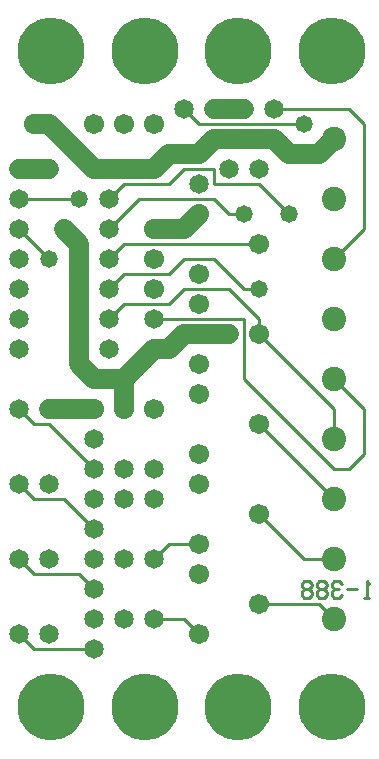
<source format=gbl>
%MOIN*%
%FSLAX25Y25*%
G04 D10 used for Character Trace; *
G04     Circle (OD=.01000) (No hole)*
G04 D11 used for Power Trace; *
G04     Circle (OD=.06700) (No hole)*
G04 D12 used for Signal Trace; *
G04     Circle (OD=.01100) (No hole)*
G04 D13 used for Via; *
G04     Circle (OD=.05800) (Round. Hole ID=.02800)*
G04 D14 used for Component hole; *
G04     Circle (OD=.06500) (Round. Hole ID=.03500)*
G04 D15 used for Component hole; *
G04     Circle (OD=.06700) (Round. Hole ID=.04300)*
G04 D16 used for Component hole; *
G04     Circle (OD=.08100) (Round. Hole ID=.05100)*
G04 D17 used for Component hole; *
G04     Circle (OD=.08900) (Round. Hole ID=.05900)*
G04 D18 used for Component hole; *
G04     Circle (OD=.11300) (Round. Hole ID=.08300)*
G04 D19 used for Component hole; *
G04     Circle (OD=.16000) (Round. Hole ID=.13000)*
G04 D20 used for Component hole; *
G04     Circle (OD=.18300) (Round. Hole ID=.15300)*
G04 D21 used for Component hole; *
G04     Circle (OD=.22291) (Round. Hole ID=.19291)*
%ADD10C,.01000*%
%ADD11C,.06700*%
%ADD12C,.01100*%
%ADD13C,.05800*%
%ADD14C,.06500*%
%ADD15C,.06700*%
%ADD16C,.08100*%
%ADD17C,.08900*%
%ADD18C,.11300*%
%ADD19C,.16000*%
%ADD20C,.18300*%
%ADD21C,.22291*%
%IPPOS*%
%LPD*%
G90*X0Y0D02*D21*X15625Y15625D03*D14*              
X30000Y35000D03*D12*X10000D01*X5000Y40000D01*D14* 
D03*X15000D03*D12*X30000Y55000D02*X25000Y60000D01*
D14*X30000Y55000D03*D12*X10000Y60000D02*X25000D01*
X10000D02*X5000Y65000D01*D14*D03*X15000D03*D12*   
X30000Y75000D02*X20000Y85000D01*D14*              
X30000Y75000D03*X40000Y65000D03*Y85000D03*D12*    
X10000D02*X20000D01*X10000D02*X5000Y90000D01*D14* 
D03*X15000D03*D12*X30000Y95000D02*                
X15000Y110000D01*D14*X30000Y95000D03*X40000D03*   
X30000Y105000D03*Y85000D03*D12*X10000Y110000D02*  
X15000D01*X10000D02*X5000Y115000D01*D14*D03*      
X15000D03*D11*X30000D01*D15*D03*D11*X40000D02*    
Y125000D01*D15*Y115000D03*D11*X30000Y125000D02*   
X40000D01*X50000Y135000D01*D14*D03*D11*X55000D01* 
X60000Y140000D01*X75000D01*D13*D03*D12*           
X80000Y125000D02*Y145000D01*X110000Y95000D02*     
X80000Y125000D01*X110000Y95000D02*X115000D01*     
X120000Y100000D01*Y115000D01*X110000Y125000D01*   
D16*D03*D12*Y105000D02*Y115000D01*D16*Y105000D03* 
D12*Y115000D02*X85000Y140000D01*D15*D03*D12*      
Y145000D01*X75000Y155000D01*X60000D01*            
X55000Y150000D01*X40000D01*X35000Y145000D01*D14*  
D03*Y155000D03*D12*X40000Y160000D01*X55000D01*    
X60000Y165000D01*X70000D01*X80000Y155000D01*      
X85000D01*D13*D03*D12*X50000Y145000D02*X80000D01* 
D14*X50000D03*D15*Y155000D03*X65000Y130000D03*    
Y160000D03*Y150000D03*D14*X35000Y135000D03*D11*   
X30000Y125000D02*X25000Y130000D01*Y170000D01*     
X20000Y175000D01*D13*D03*X25000Y185000D03*D12*    
X5000D01*D14*D03*D13*X15000Y195000D03*D11*        
X5000D01*D14*D03*D11*X30000D02*X15000Y210000D01*  
X30000Y195000D02*X35000D01*D14*D03*D11*X50000D01* 
D15*D03*D11*X55000Y200000D01*X65000D01*D14*D03*   
D11*X70000Y205000D01*X90000D01*X95000Y200000D01*  
X105000D01*X110000Y205000D01*D16*D03*D12*         
X120000Y210000D02*X115000Y215000D01*              
X120000Y175000D02*Y210000D01*X110000Y165000D02*   
X120000Y175000D01*D16*X110000Y165000D03*D13*      
X95000Y180000D03*D12*X85000Y190000D01*X70000D01*  
Y195000D01*X60000D01*X55000Y190000D01*X40000D01*  
X35000Y185000D01*D14*D03*D12*Y175000D02*          
X45000Y185000D01*D14*X35000Y175000D03*D12*        
Y165000D02*X40000Y170000D01*D14*X35000Y165000D03* 
D12*X40000Y170000D02*X85000D01*D15*D03*D12*       
X75000Y180000D02*X80000D01*D13*D03*D12*X75000D02* 
X70000Y185000D01*X45000D01*D15*X50000Y175000D03*  
D11*X60000D01*X65000Y180000D01*D15*D03*D14*       
Y190000D03*D15*X50000Y165000D03*D14*              
X75000Y195000D03*X85000D03*D12*X65000Y210000D02*  
X100000D01*D13*D03*D14*X90000Y215000D03*D12*      
X115000D01*D21*X109375Y234375D03*D16*             
X110000Y185000D03*D21*X78125Y234375D03*D14*       
X80000Y215000D03*D11*X70000D01*D14*D03*D12*       
X65000Y210000D02*X60000Y215000D01*D14*D03*D15*    
X50000Y210000D03*X40000D03*D21*X46875Y234375D03*  
D15*X30000Y210000D03*D21*X15625Y234375D03*D11*    
X10000Y210000D02*X15000D01*D15*X10000D03*D14*     
X5000Y175000D03*D12*X15000Y165000D01*D13*D03*D14* 
X5000Y155000D03*Y165000D03*Y145000D03*Y135000D03* 
D15*X65000Y120000D03*X50000Y115000D03*            
X65000Y100000D03*X85000Y110000D03*D12*            
X110000Y85000D01*D16*D03*D12*X100000Y65000D02*    
X110000D01*D16*D03*D10*X121674Y56914D02*          
X120837Y57871D01*Y52129D01*X121674D02*X120000D01* 
X117511Y55000D02*X114163D01*X112511Y56914D02*     
X111674Y57871D01*X110000D01*X109163Y56914D01*     
Y55957D01*X110000Y55000D01*X111674D01*X110000D02* 
X109163Y54043D01*Y53086D01*X110000Y52129D01*      
X111674D01*X112511Y53086D01*X106674Y55000D02*     
X107511Y55957D01*Y56914D01*X106674Y57871D01*      
X105000D01*X104163Y56914D01*Y55957D01*            
X105000Y55000D01*X106674D01*X107511Y54043D01*     
Y53086D01*X106674Y52129D01*X105000D01*            
X104163Y53086D01*Y54043D01*X105000Y55000D01*      
X101674D02*X102511Y55957D01*Y56914D01*            
X101674Y57871D01*X100000D01*X99163Y56914D01*      
Y55957D01*X100000Y55000D01*X101674D01*            
X102511Y54043D01*Y53086D01*X101674Y52129D01*      
X100000D01*X99163Y53086D01*Y54043D01*             
X100000Y55000D01*D12*Y65000D02*X85000Y80000D01*   
D15*D03*X65000Y60000D03*Y90000D03*Y70000D03*D12*  
X55000D01*X50000Y65000D01*D14*D03*X30000Y45000D03*
X40000D03*X50000Y85000D03*X30000Y65000D03*        
X50000Y45000D03*D12*X60000D01*X65000Y40000D01*D15*
D03*X85000Y50000D03*D12*X105000D01*               
X110000Y45000D01*D16*D03*D21*X78125Y15625D03*     
X109375D03*D14*X50000Y95000D03*D21*               
X46875Y15625D03*D16*X110000Y145000D03*M02*        

</source>
